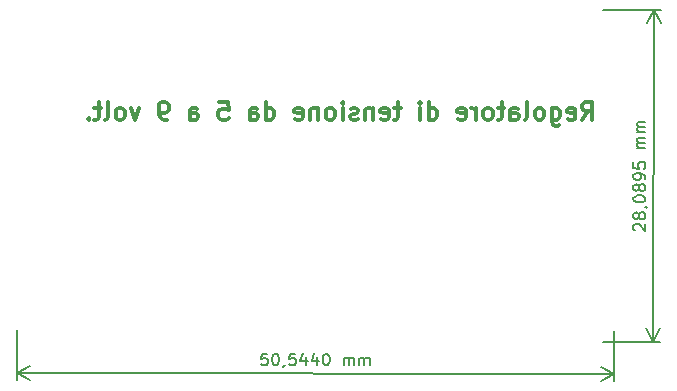
<source format=gbr>
%TF.GenerationSoftware,KiCad,Pcbnew,(6.0.7)*%
%TF.CreationDate,2023-02-08T20:34:56+01:00*%
%TF.ProjectId,udemy,7564656d-792e-46b6-9963-61645f706362,rev?*%
%TF.SameCoordinates,Original*%
%TF.FileFunction,Legend,Bot*%
%TF.FilePolarity,Positive*%
%FSLAX46Y46*%
G04 Gerber Fmt 4.6, Leading zero omitted, Abs format (unit mm)*
G04 Created by KiCad (PCBNEW (6.0.7)) date 2023-02-08 20:34:56*
%MOMM*%
%LPD*%
G01*
G04 APERTURE LIST*
%ADD10C,0.300000*%
%ADD11C,0.150000*%
G04 APERTURE END LIST*
D10*
X164039285Y-64053571D02*
X164539285Y-63339285D01*
X164896428Y-64053571D02*
X164896428Y-62553571D01*
X164325000Y-62553571D01*
X164182142Y-62625000D01*
X164110714Y-62696428D01*
X164039285Y-62839285D01*
X164039285Y-63053571D01*
X164110714Y-63196428D01*
X164182142Y-63267857D01*
X164325000Y-63339285D01*
X164896428Y-63339285D01*
X162825000Y-63982142D02*
X162967857Y-64053571D01*
X163253571Y-64053571D01*
X163396428Y-63982142D01*
X163467857Y-63839285D01*
X163467857Y-63267857D01*
X163396428Y-63125000D01*
X163253571Y-63053571D01*
X162967857Y-63053571D01*
X162825000Y-63125000D01*
X162753571Y-63267857D01*
X162753571Y-63410714D01*
X163467857Y-63553571D01*
X161467857Y-63053571D02*
X161467857Y-64267857D01*
X161539285Y-64410714D01*
X161610714Y-64482142D01*
X161753571Y-64553571D01*
X161967857Y-64553571D01*
X162110714Y-64482142D01*
X161467857Y-63982142D02*
X161610714Y-64053571D01*
X161896428Y-64053571D01*
X162039285Y-63982142D01*
X162110714Y-63910714D01*
X162182142Y-63767857D01*
X162182142Y-63339285D01*
X162110714Y-63196428D01*
X162039285Y-63125000D01*
X161896428Y-63053571D01*
X161610714Y-63053571D01*
X161467857Y-63125000D01*
X160539285Y-64053571D02*
X160682142Y-63982142D01*
X160753571Y-63910714D01*
X160825000Y-63767857D01*
X160825000Y-63339285D01*
X160753571Y-63196428D01*
X160682142Y-63125000D01*
X160539285Y-63053571D01*
X160325000Y-63053571D01*
X160182142Y-63125000D01*
X160110714Y-63196428D01*
X160039285Y-63339285D01*
X160039285Y-63767857D01*
X160110714Y-63910714D01*
X160182142Y-63982142D01*
X160325000Y-64053571D01*
X160539285Y-64053571D01*
X159182142Y-64053571D02*
X159325000Y-63982142D01*
X159396428Y-63839285D01*
X159396428Y-62553571D01*
X157967857Y-64053571D02*
X157967857Y-63267857D01*
X158039285Y-63125000D01*
X158182142Y-63053571D01*
X158467857Y-63053571D01*
X158610714Y-63125000D01*
X157967857Y-63982142D02*
X158110714Y-64053571D01*
X158467857Y-64053571D01*
X158610714Y-63982142D01*
X158682142Y-63839285D01*
X158682142Y-63696428D01*
X158610714Y-63553571D01*
X158467857Y-63482142D01*
X158110714Y-63482142D01*
X157967857Y-63410714D01*
X157467857Y-63053571D02*
X156896428Y-63053571D01*
X157253571Y-62553571D02*
X157253571Y-63839285D01*
X157182142Y-63982142D01*
X157039285Y-64053571D01*
X156896428Y-64053571D01*
X156182142Y-64053571D02*
X156325000Y-63982142D01*
X156396428Y-63910714D01*
X156467857Y-63767857D01*
X156467857Y-63339285D01*
X156396428Y-63196428D01*
X156325000Y-63125000D01*
X156182142Y-63053571D01*
X155967857Y-63053571D01*
X155825000Y-63125000D01*
X155753571Y-63196428D01*
X155682142Y-63339285D01*
X155682142Y-63767857D01*
X155753571Y-63910714D01*
X155825000Y-63982142D01*
X155967857Y-64053571D01*
X156182142Y-64053571D01*
X155039285Y-64053571D02*
X155039285Y-63053571D01*
X155039285Y-63339285D02*
X154967857Y-63196428D01*
X154896428Y-63125000D01*
X154753571Y-63053571D01*
X154610714Y-63053571D01*
X153539285Y-63982142D02*
X153682142Y-64053571D01*
X153967857Y-64053571D01*
X154110714Y-63982142D01*
X154182142Y-63839285D01*
X154182142Y-63267857D01*
X154110714Y-63125000D01*
X153967857Y-63053571D01*
X153682142Y-63053571D01*
X153539285Y-63125000D01*
X153467857Y-63267857D01*
X153467857Y-63410714D01*
X154182142Y-63553571D01*
X151039285Y-64053571D02*
X151039285Y-62553571D01*
X151039285Y-63982142D02*
X151182142Y-64053571D01*
X151467857Y-64053571D01*
X151610714Y-63982142D01*
X151682142Y-63910714D01*
X151753571Y-63767857D01*
X151753571Y-63339285D01*
X151682142Y-63196428D01*
X151610714Y-63125000D01*
X151467857Y-63053571D01*
X151182142Y-63053571D01*
X151039285Y-63125000D01*
X150325000Y-64053571D02*
X150325000Y-63053571D01*
X150325000Y-62553571D02*
X150396428Y-62625000D01*
X150325000Y-62696428D01*
X150253571Y-62625000D01*
X150325000Y-62553571D01*
X150325000Y-62696428D01*
X148682142Y-63053571D02*
X148110714Y-63053571D01*
X148467857Y-62553571D02*
X148467857Y-63839285D01*
X148396428Y-63982142D01*
X148253571Y-64053571D01*
X148110714Y-64053571D01*
X147039285Y-63982142D02*
X147182142Y-64053571D01*
X147467857Y-64053571D01*
X147610714Y-63982142D01*
X147682142Y-63839285D01*
X147682142Y-63267857D01*
X147610714Y-63125000D01*
X147467857Y-63053571D01*
X147182142Y-63053571D01*
X147039285Y-63125000D01*
X146967857Y-63267857D01*
X146967857Y-63410714D01*
X147682142Y-63553571D01*
X146325000Y-63053571D02*
X146325000Y-64053571D01*
X146325000Y-63196428D02*
X146253571Y-63125000D01*
X146110714Y-63053571D01*
X145896428Y-63053571D01*
X145753571Y-63125000D01*
X145682142Y-63267857D01*
X145682142Y-64053571D01*
X145039285Y-63982142D02*
X144896428Y-64053571D01*
X144610714Y-64053571D01*
X144467857Y-63982142D01*
X144396428Y-63839285D01*
X144396428Y-63767857D01*
X144467857Y-63625000D01*
X144610714Y-63553571D01*
X144825000Y-63553571D01*
X144967857Y-63482142D01*
X145039285Y-63339285D01*
X145039285Y-63267857D01*
X144967857Y-63125000D01*
X144825000Y-63053571D01*
X144610714Y-63053571D01*
X144467857Y-63125000D01*
X143753571Y-64053571D02*
X143753571Y-63053571D01*
X143753571Y-62553571D02*
X143825000Y-62625000D01*
X143753571Y-62696428D01*
X143682142Y-62625000D01*
X143753571Y-62553571D01*
X143753571Y-62696428D01*
X142825000Y-64053571D02*
X142967857Y-63982142D01*
X143039285Y-63910714D01*
X143110714Y-63767857D01*
X143110714Y-63339285D01*
X143039285Y-63196428D01*
X142967857Y-63125000D01*
X142825000Y-63053571D01*
X142610714Y-63053571D01*
X142467857Y-63125000D01*
X142396428Y-63196428D01*
X142325000Y-63339285D01*
X142325000Y-63767857D01*
X142396428Y-63910714D01*
X142467857Y-63982142D01*
X142610714Y-64053571D01*
X142825000Y-64053571D01*
X141682142Y-63053571D02*
X141682142Y-64053571D01*
X141682142Y-63196428D02*
X141610714Y-63125000D01*
X141467857Y-63053571D01*
X141253571Y-63053571D01*
X141110714Y-63125000D01*
X141039285Y-63267857D01*
X141039285Y-64053571D01*
X139753571Y-63982142D02*
X139896428Y-64053571D01*
X140182142Y-64053571D01*
X140325000Y-63982142D01*
X140396428Y-63839285D01*
X140396428Y-63267857D01*
X140325000Y-63125000D01*
X140182142Y-63053571D01*
X139896428Y-63053571D01*
X139753571Y-63125000D01*
X139682142Y-63267857D01*
X139682142Y-63410714D01*
X140396428Y-63553571D01*
X137253571Y-64053571D02*
X137253571Y-62553571D01*
X137253571Y-63982142D02*
X137396428Y-64053571D01*
X137682142Y-64053571D01*
X137825000Y-63982142D01*
X137896428Y-63910714D01*
X137967857Y-63767857D01*
X137967857Y-63339285D01*
X137896428Y-63196428D01*
X137825000Y-63125000D01*
X137682142Y-63053571D01*
X137396428Y-63053571D01*
X137253571Y-63125000D01*
X135896428Y-64053571D02*
X135896428Y-63267857D01*
X135967857Y-63125000D01*
X136110714Y-63053571D01*
X136396428Y-63053571D01*
X136539285Y-63125000D01*
X135896428Y-63982142D02*
X136039285Y-64053571D01*
X136396428Y-64053571D01*
X136539285Y-63982142D01*
X136610714Y-63839285D01*
X136610714Y-63696428D01*
X136539285Y-63553571D01*
X136396428Y-63482142D01*
X136039285Y-63482142D01*
X135896428Y-63410714D01*
X133325000Y-62553571D02*
X134039285Y-62553571D01*
X134110714Y-63267857D01*
X134039285Y-63196428D01*
X133896428Y-63125000D01*
X133539285Y-63125000D01*
X133396428Y-63196428D01*
X133325000Y-63267857D01*
X133253571Y-63410714D01*
X133253571Y-63767857D01*
X133325000Y-63910714D01*
X133396428Y-63982142D01*
X133539285Y-64053571D01*
X133896428Y-64053571D01*
X134039285Y-63982142D01*
X134110714Y-63910714D01*
X130825000Y-64053571D02*
X130825000Y-63267857D01*
X130896428Y-63125000D01*
X131039285Y-63053571D01*
X131325000Y-63053571D01*
X131467857Y-63125000D01*
X130825000Y-63982142D02*
X130967857Y-64053571D01*
X131325000Y-64053571D01*
X131467857Y-63982142D01*
X131539285Y-63839285D01*
X131539285Y-63696428D01*
X131467857Y-63553571D01*
X131325000Y-63482142D01*
X130967857Y-63482142D01*
X130825000Y-63410714D01*
X128896428Y-64053571D02*
X128610714Y-64053571D01*
X128467857Y-63982142D01*
X128396428Y-63910714D01*
X128253571Y-63696428D01*
X128182142Y-63410714D01*
X128182142Y-62839285D01*
X128253571Y-62696428D01*
X128325000Y-62625000D01*
X128467857Y-62553571D01*
X128753571Y-62553571D01*
X128896428Y-62625000D01*
X128967857Y-62696428D01*
X129039285Y-62839285D01*
X129039285Y-63196428D01*
X128967857Y-63339285D01*
X128896428Y-63410714D01*
X128753571Y-63482142D01*
X128467857Y-63482142D01*
X128325000Y-63410714D01*
X128253571Y-63339285D01*
X128182142Y-63196428D01*
X126539285Y-63053571D02*
X126182142Y-64053571D01*
X125825000Y-63053571D01*
X125039285Y-64053571D02*
X125182142Y-63982142D01*
X125253571Y-63910714D01*
X125325000Y-63767857D01*
X125325000Y-63339285D01*
X125253571Y-63196428D01*
X125182142Y-63125000D01*
X125039285Y-63053571D01*
X124825000Y-63053571D01*
X124682142Y-63125000D01*
X124610714Y-63196428D01*
X124539285Y-63339285D01*
X124539285Y-63767857D01*
X124610714Y-63910714D01*
X124682142Y-63982142D01*
X124825000Y-64053571D01*
X125039285Y-64053571D01*
X123682142Y-64053571D02*
X123825000Y-63982142D01*
X123896428Y-63839285D01*
X123896428Y-62553571D01*
X123325000Y-63053571D02*
X122753571Y-63053571D01*
X123110714Y-62553571D02*
X123110714Y-63839285D01*
X123039285Y-63982142D01*
X122896428Y-64053571D01*
X122753571Y-64053571D01*
X122253571Y-63910714D02*
X122182142Y-63982142D01*
X122253571Y-64053571D01*
X122325000Y-63982142D01*
X122253571Y-63910714D01*
X122253571Y-64053571D01*
D11*
X137374620Y-83853567D02*
X136898430Y-83853151D01*
X136850395Y-84329300D01*
X136898056Y-84281722D01*
X136993335Y-84234186D01*
X137231430Y-84234394D01*
X137326627Y-84282096D01*
X137374204Y-84329757D01*
X137421740Y-84425037D01*
X137421532Y-84663132D01*
X137373830Y-84758328D01*
X137326170Y-84805906D01*
X137230890Y-84853442D01*
X136992795Y-84853234D01*
X136897598Y-84805531D01*
X136850021Y-84757871D01*
X138041286Y-83854149D02*
X138136524Y-83854232D01*
X138231721Y-83901934D01*
X138279298Y-83949594D01*
X138326834Y-84044874D01*
X138374287Y-84235392D01*
X138374079Y-84473487D01*
X138326294Y-84663922D01*
X138278592Y-84759118D01*
X138230931Y-84806695D01*
X138135652Y-84854231D01*
X138040413Y-84854148D01*
X137945217Y-84806446D01*
X137897640Y-84758785D01*
X137850104Y-84663506D01*
X137802651Y-84472988D01*
X137802859Y-84234893D01*
X137850644Y-84044458D01*
X137898346Y-83949262D01*
X137946007Y-83901684D01*
X138041286Y-83854149D01*
X138849979Y-84807236D02*
X138849937Y-84854855D01*
X138802235Y-84950051D01*
X138754574Y-84997629D01*
X139755572Y-83855645D02*
X139279381Y-83855229D01*
X139231346Y-84331378D01*
X139279007Y-84283801D01*
X139374287Y-84236265D01*
X139612382Y-84236473D01*
X139707578Y-84284175D01*
X139755156Y-84331835D01*
X139802692Y-84427115D01*
X139802484Y-84665210D01*
X139754782Y-84760407D01*
X139707121Y-84807984D01*
X139611841Y-84855520D01*
X139373746Y-84855312D01*
X139278550Y-84807610D01*
X139230972Y-84759949D01*
X140660042Y-84189768D02*
X140659460Y-84856435D01*
X140422279Y-83808608D02*
X140183561Y-84522686D01*
X140802608Y-84523226D01*
X141612423Y-84190600D02*
X141611841Y-84857266D01*
X141374660Y-83809439D02*
X141135941Y-84523517D01*
X141754989Y-84524057D01*
X142326999Y-83857890D02*
X142422237Y-83857973D01*
X142517434Y-83905675D01*
X142565011Y-83953336D01*
X142612547Y-84048615D01*
X142660000Y-84239133D01*
X142659792Y-84477228D01*
X142612007Y-84667663D01*
X142564304Y-84762859D01*
X142516644Y-84810437D01*
X142421364Y-84857973D01*
X142326126Y-84857890D01*
X142230930Y-84810187D01*
X142183352Y-84762527D01*
X142135816Y-84667247D01*
X142088364Y-84476729D01*
X142088571Y-84238634D01*
X142136357Y-84048200D01*
X142184059Y-83953003D01*
X142231719Y-83905426D01*
X142326999Y-83857890D01*
X143849935Y-84859220D02*
X143850517Y-84192553D01*
X143850434Y-84287791D02*
X143898095Y-84240214D01*
X143993374Y-84192678D01*
X144136231Y-84192803D01*
X144231428Y-84240505D01*
X144278964Y-84335785D01*
X144278506Y-84859594D01*
X144278964Y-84335785D02*
X144326666Y-84240588D01*
X144421945Y-84193052D01*
X144564802Y-84193177D01*
X144659999Y-84240879D01*
X144707535Y-84336159D01*
X144707078Y-84859968D01*
X145183268Y-84860384D02*
X145183850Y-84193717D01*
X145183767Y-84288955D02*
X145231427Y-84241378D01*
X145326707Y-84193842D01*
X145469564Y-84193967D01*
X145564761Y-84241669D01*
X145612296Y-84336949D01*
X145611839Y-84860758D01*
X145612296Y-84336949D02*
X145659999Y-84241752D01*
X145755278Y-84194216D01*
X145898135Y-84194341D01*
X145993332Y-84242043D01*
X146040868Y-84337323D01*
X146040410Y-84861132D01*
X116199563Y-81881002D02*
X116195863Y-86119119D01*
X166743561Y-81925127D02*
X166739861Y-86163244D01*
X116196376Y-85532699D02*
X166740374Y-85576824D01*
X116196376Y-85532699D02*
X166740374Y-85576824D01*
X116196376Y-85532699D02*
X117322367Y-86120103D01*
X116196376Y-85532699D02*
X117323391Y-84947262D01*
X166740374Y-85576824D02*
X165614383Y-84989420D01*
X166740374Y-85576824D02*
X165613359Y-86162261D01*
X168480358Y-73427143D02*
X168432781Y-73379481D01*
X168385247Y-73284201D01*
X168385459Y-73046106D01*
X168433162Y-72950910D01*
X168480824Y-72903333D01*
X168576104Y-72855799D01*
X168671342Y-72855884D01*
X168814157Y-72903630D01*
X169385077Y-73475567D01*
X169385628Y-72856520D01*
X168814708Y-72284583D02*
X168767004Y-72379778D01*
X168719343Y-72427355D01*
X168624062Y-72474889D01*
X168576443Y-72474847D01*
X168481248Y-72427143D01*
X168433671Y-72379482D01*
X168386137Y-72284201D01*
X168386306Y-72093725D01*
X168434010Y-71998529D01*
X168481672Y-71950953D01*
X168576952Y-71903419D01*
X168624571Y-71903461D01*
X168719767Y-71951165D01*
X168767343Y-71998826D01*
X168814878Y-72094107D01*
X168814708Y-72284583D01*
X168862242Y-72379863D01*
X168909819Y-72427524D01*
X169005015Y-72475228D01*
X169195491Y-72475398D01*
X169290771Y-72427864D01*
X169338433Y-72380287D01*
X169386136Y-72285091D01*
X169386306Y-72094615D01*
X169338772Y-71999335D01*
X169291195Y-71951673D01*
X169195999Y-71903969D01*
X169005523Y-71903800D01*
X168910243Y-71951334D01*
X168862581Y-71998911D01*
X168814878Y-72094107D01*
X169339280Y-71427906D02*
X169386899Y-71427949D01*
X169482095Y-71475652D01*
X169529672Y-71523314D01*
X168387451Y-70808011D02*
X168387535Y-70712773D01*
X168435239Y-70617578D01*
X168482901Y-70570001D01*
X168578181Y-70522467D01*
X168768700Y-70475017D01*
X169006795Y-70475229D01*
X169197228Y-70523018D01*
X169292424Y-70570721D01*
X169340001Y-70618383D01*
X169387535Y-70713663D01*
X169387450Y-70808901D01*
X169339746Y-70904097D01*
X169292085Y-70951674D01*
X169196805Y-70999208D01*
X169006286Y-71046657D01*
X168768191Y-71046446D01*
X168577757Y-70998657D01*
X168482562Y-70950953D01*
X168434985Y-70903292D01*
X168387451Y-70808011D01*
X168816827Y-69903631D02*
X168769123Y-69998827D01*
X168721462Y-70046404D01*
X168626182Y-70093938D01*
X168578562Y-70093895D01*
X168483367Y-70046192D01*
X168435790Y-69998530D01*
X168388256Y-69903250D01*
X168388425Y-69712774D01*
X168436129Y-69617578D01*
X168483791Y-69570001D01*
X168579071Y-69522467D01*
X168626690Y-69522509D01*
X168721886Y-69570213D01*
X168769462Y-69617875D01*
X168816997Y-69713155D01*
X168816827Y-69903631D01*
X168864361Y-69998912D01*
X168911938Y-70046573D01*
X169007134Y-70094277D01*
X169197610Y-70094446D01*
X169292890Y-70046912D01*
X169340552Y-69999335D01*
X169388255Y-69904140D01*
X169388425Y-69713664D01*
X169340891Y-69618383D01*
X169293314Y-69570722D01*
X169198118Y-69523018D01*
X169007642Y-69522849D01*
X168912362Y-69570383D01*
X168864700Y-69617959D01*
X168816997Y-69713155D01*
X169389018Y-69046997D02*
X169389188Y-68856521D01*
X169341654Y-68761241D01*
X169294077Y-68713579D01*
X169151305Y-68618214D01*
X168960871Y-68570426D01*
X168579919Y-68570086D01*
X168484638Y-68617621D01*
X168436977Y-68665197D01*
X168389273Y-68760393D01*
X168389104Y-68950869D01*
X168436638Y-69046150D01*
X168484214Y-69093811D01*
X168579410Y-69141515D01*
X168817505Y-69141727D01*
X168912786Y-69094192D01*
X168960447Y-69046616D01*
X169008151Y-68951420D01*
X169008320Y-68760944D01*
X168960786Y-68665664D01*
X168913210Y-68618002D01*
X168818014Y-68570298D01*
X168390248Y-67665155D02*
X168389824Y-68141346D01*
X168865972Y-68189389D01*
X168818395Y-68141727D01*
X168770861Y-68046447D01*
X168771073Y-67808352D01*
X168818777Y-67713156D01*
X168866438Y-67665579D01*
X168961719Y-67618045D01*
X169199814Y-67618257D01*
X169295009Y-67665961D01*
X169342586Y-67713622D01*
X169390120Y-67808903D01*
X169389908Y-68046998D01*
X169342205Y-68142193D01*
X169294543Y-68189770D01*
X169391349Y-66427951D02*
X168724683Y-66427357D01*
X168819921Y-66427442D02*
X168772344Y-66379781D01*
X168724810Y-66284500D01*
X168724937Y-66141643D01*
X168772641Y-66046447D01*
X168867921Y-65998913D01*
X169391731Y-65999379D01*
X168867921Y-65998913D02*
X168772726Y-65951209D01*
X168725192Y-65855929D01*
X168725319Y-65713072D01*
X168773022Y-65617876D01*
X168868303Y-65570342D01*
X169392112Y-65570808D01*
X169392536Y-65094618D02*
X168725870Y-65094025D01*
X168821108Y-65094109D02*
X168773531Y-65046448D01*
X168725997Y-64951167D01*
X168726124Y-64808310D01*
X168773828Y-64713115D01*
X168869108Y-64665580D01*
X169392917Y-64666047D01*
X168869108Y-64665580D02*
X168773912Y-64617877D01*
X168726378Y-64522596D01*
X168726505Y-64379739D01*
X168774209Y-64284543D01*
X168869490Y-64237009D01*
X169393299Y-64237475D01*
X165825000Y-54760996D02*
X170685770Y-54765322D01*
X165800000Y-82850445D02*
X170660770Y-82854771D01*
X170099350Y-54764800D02*
X170074350Y-82854249D01*
X170099350Y-54764800D02*
X170074350Y-82854249D01*
X170099350Y-54764800D02*
X169511927Y-55890781D01*
X170099350Y-54764800D02*
X170684768Y-55891825D01*
X170074350Y-82854249D02*
X170661773Y-81728268D01*
X170074350Y-82854249D02*
X169488932Y-81727224D01*
M02*

</source>
